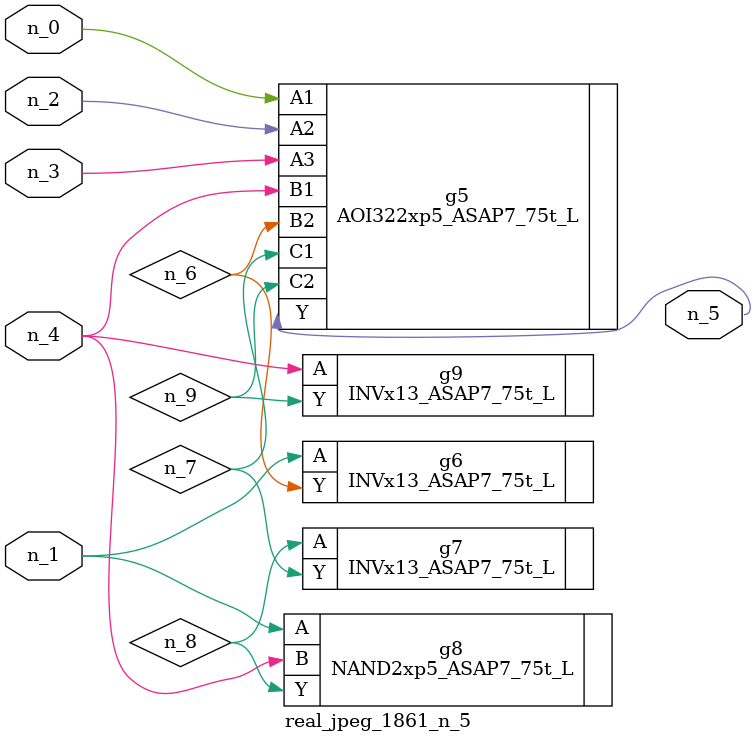
<source format=v>
module real_jpeg_1861_n_5 (n_4, n_0, n_1, n_2, n_3, n_5);

input n_4;
input n_0;
input n_1;
input n_2;
input n_3;

output n_5;

wire n_8;
wire n_6;
wire n_7;
wire n_9;

AOI322xp5_ASAP7_75t_L g5 ( 
.A1(n_0),
.A2(n_2),
.A3(n_3),
.B1(n_4),
.B2(n_6),
.C1(n_7),
.C2(n_9),
.Y(n_5)
);

INVx13_ASAP7_75t_L g6 ( 
.A(n_1),
.Y(n_6)
);

NAND2xp5_ASAP7_75t_L g8 ( 
.A(n_1),
.B(n_4),
.Y(n_8)
);

INVx13_ASAP7_75t_L g9 ( 
.A(n_4),
.Y(n_9)
);

INVx13_ASAP7_75t_L g7 ( 
.A(n_8),
.Y(n_7)
);


endmodule
</source>
